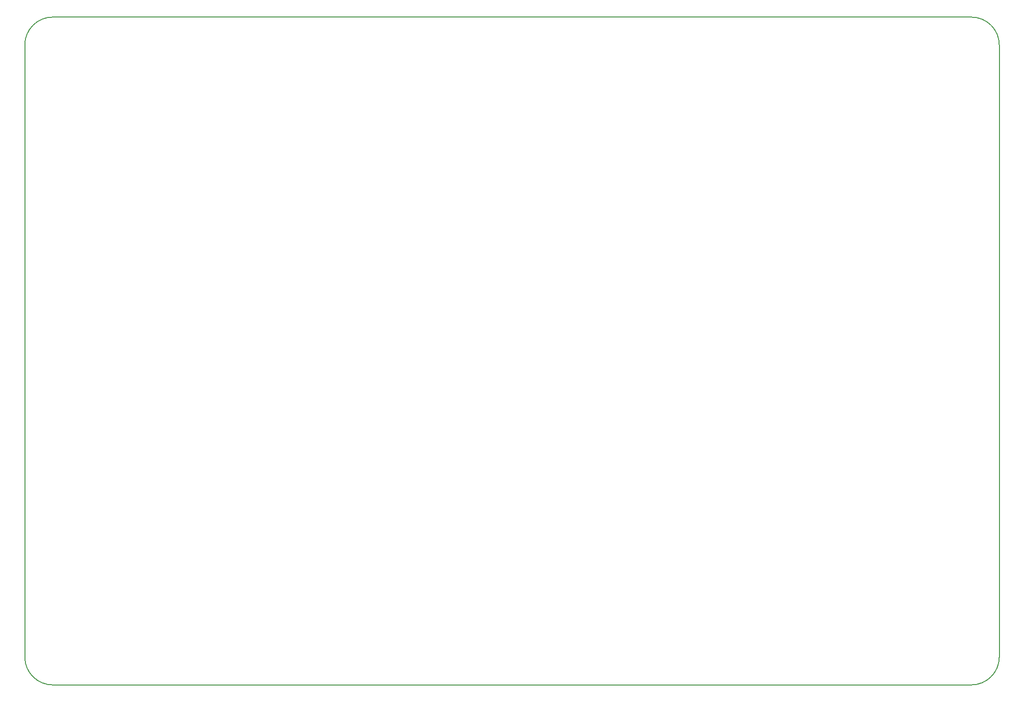
<source format=gbr>
G04 #@! TF.FileFunction,Profile,NP*
%FSLAX46Y46*%
G04 Gerber Fmt 4.6, Leading zero omitted, Abs format (unit mm)*
G04 Created by KiCad (PCBNEW 4.0.7-e2-6376~58~ubuntu16.04.1) date Sat Sep 15 23:25:49 2018*
%MOMM*%
%LPD*%
G01*
G04 APERTURE LIST*
%ADD10C,0.100000*%
%ADD11C,0.150000*%
G04 APERTURE END LIST*
D10*
D11*
X260000000Y-125000000D02*
G75*
G03X255000000Y-120000000I-5000000J0D01*
G01*
X255000000Y-240000000D02*
G75*
G03X260000000Y-235000000I0J5000000D01*
G01*
X85000000Y-235000000D02*
G75*
G03X90000000Y-240000000I5000000J0D01*
G01*
X90000000Y-120000000D02*
G75*
G03X85000000Y-125000000I0J-5000000D01*
G01*
X85000000Y-125000000D02*
X85000000Y-235000000D01*
X90000000Y-240000000D02*
X255000000Y-240000000D01*
X260000000Y-125000000D02*
X260000000Y-235000000D01*
X255000000Y-120000000D02*
X90000000Y-120000000D01*
M02*

</source>
